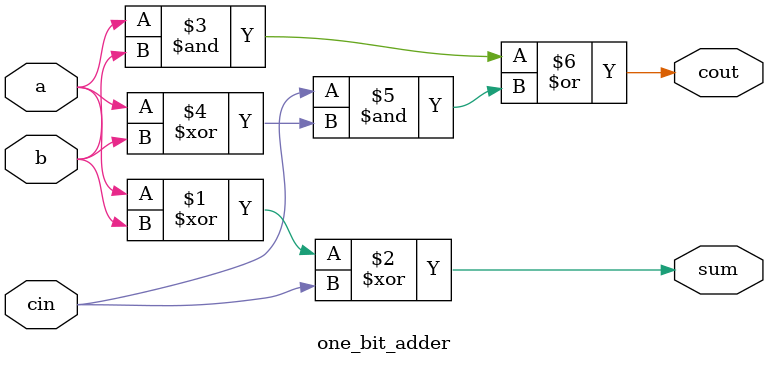
<source format=v>
module one_bit_adder
(
    input a,
    input b,
    input cin,
    output sum,
    output cout
);

assign sum = a ^ b ^ cin;
assign cout = a & b | cin & (a ^ b);

endmodule
</source>
